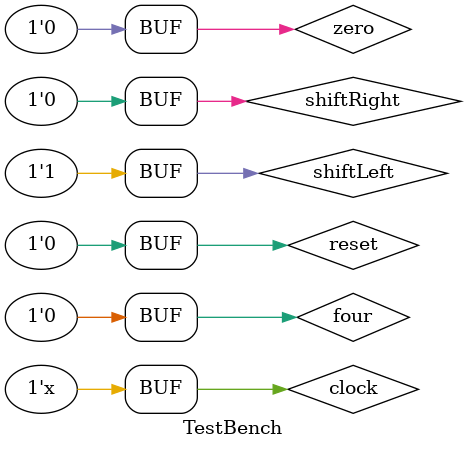
<source format=v>
module TestBench;
	wire data;
	reg clock;
	reg shiftLeft;
	reg shiftRight;
	reg reset;
	wire shiftOutputAddInput;
	reg four = 4;
	reg zero = 0;
	reg adderCarry;
  
ShiftRegister shiftRegister(
	.in(data),
	.clock (clock),
	.shiftLeft (shiftLeft),
	.shiftRight (shiftRight),
	.reset (reset),
	.out (shiftOutputAddInput));
  
Adder adder(
	.a(shiftOutputAddInput),
 	.b (four),
 	.carry_in (zero),
 	.sum (data),
	.carry_out(carry_out));
  
always #10 clock = ~clock;
  
initial begin
   	clock <= 0;
   	shiftLeft <= 1;
    	shiftRight <= 0;
   	reset <= 0;
end 
endmodule

</source>
